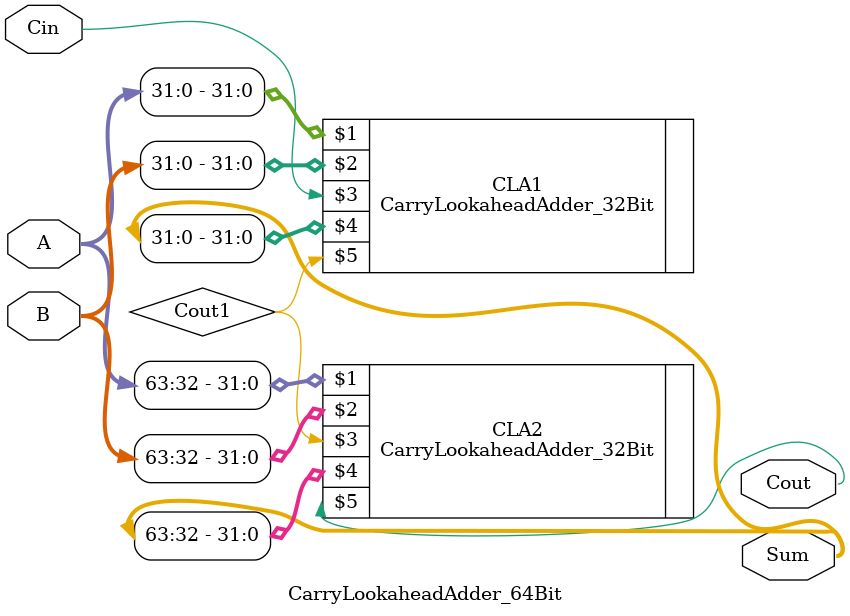
<source format=v>
`timescale 1ns / 1ps
module CarryLookaheadAdder_64Bit(
    input [63:0] A,
	 input [63:0] B,
	 input Cin,
    output [63:0] Sum,
    output Cout
    );
	 
	 CarryLookaheadAdder_32Bit CLA1(A[31:0], B[31:0], Cin, Sum[31:0], Cout1);
	 CarryLookaheadAdder_32Bit CLA2(A[63:32], B[63:32], Cout1, Sum[63:32], Cout);

endmodule

</source>
